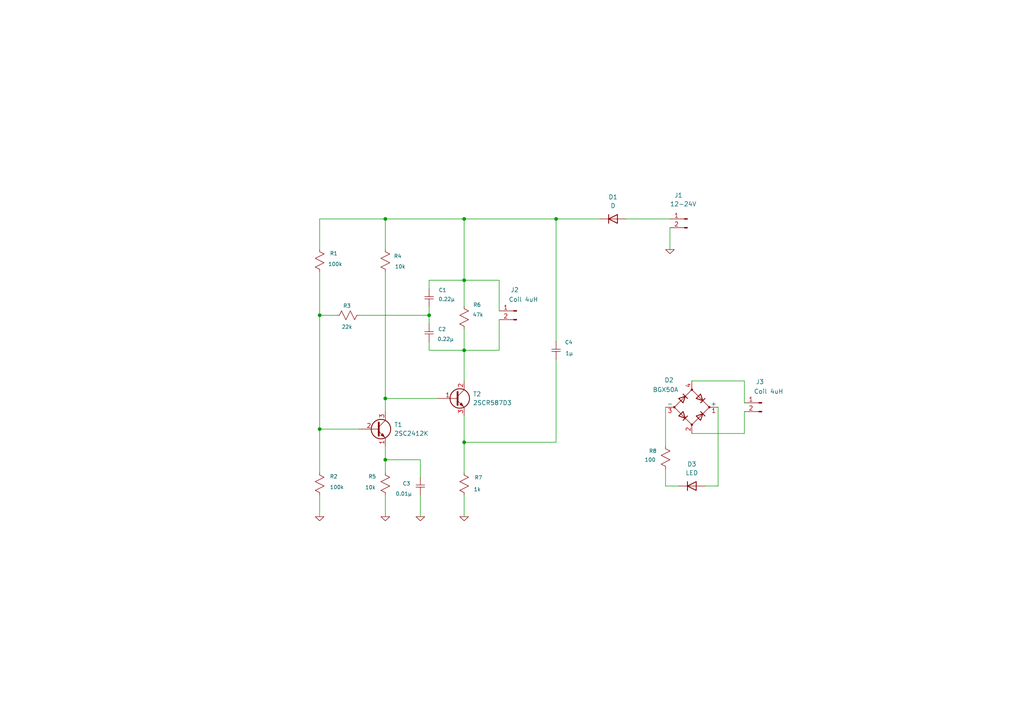
<source format=kicad_sch>
(kicad_sch (version 20231120) (generator "eeschema") (generator_version "8.0")
  (paper "A4")
  (lib_symbols
    (symbol "Connector:Conn_01x02_Pin" (pin_names (offset 1.016) hide)
      (property "Reference" "J" (at 0 2.54 0))
      (property "Value" "Conn_01x02_Pin" (at 0 -5.08 0))
      (symbol "Conn_01x02_Pin_1_1"
        (polyline (pts (xy 1.27 -2.54) (xy 0.8636 -2.54)) (stroke (width 0.1524)))
        (polyline (pts (xy 1.27 0) (xy 0.8636 0)) (stroke (width 0.1524)))
        (rectangle (start 0.8636 -2.413) (end 0 -2.667) (stroke (width 0.1524)) (fill (type outline)))
        (rectangle (start 0.8636 0.127) (end 0 -0.127) (stroke (width 0.1524)) (fill (type outline)))
        (pin passive line (at 5.08 0 180) (length 3.81) (name "Pin_1") (number "1"))
        (pin passive line (at 5.08 -2.54 180) (length 3.81) (name "Pin_2") (number "2"))
      )
    )
    (symbol "Device:D" (pin_numbers hide) (pin_names (offset 1.016) hide)
      (property "Reference" "D" (at 0 2.54 0))
      (property "Value" "D" (at 0 -2.54 0))
      (symbol "D_0_1"
        (polyline (pts (xy -1.27 1.27) (xy -1.27 -1.27)) (stroke (width 0.254)))
        (polyline (pts (xy 1.27 0) (xy -1.27 0)))
        (polyline (pts (xy 1.27 1.27) (xy 1.27 -1.27) (xy -1.27 0) (xy 1.27 1.27)) (stroke (width 0.254)))
      )
      (symbol "D_1_1"
        (pin passive line (at -3.81 0 0) (length 2.54) (name "K") (number "1"))
        (pin passive line (at 3.81 0 180) (length 2.54) (name "A") (number "2"))
      )
    )
    (symbol "Device:D_Bridge_+A-A" (pin_names (offset 0))
      (property "Reference" "D" (at 2.54 6.985 0))
      (property "Value" "D_Bridge_+A-A" (at 2.54 5.08 0))
      (symbol "D_Bridge_+A-A_0_1"
        (circle (center -5.08 0) (radius 0.254) (fill (type outline)))
        (circle (center 0 -5.08) (radius 0.254) (fill (type outline)))
        (polyline (pts (xy -2.54 3.81) (xy -1.27 2.54)) (stroke (width 0.254)))
        (polyline (pts (xy -1.27 -2.54) (xy -2.54 -3.81)) (stroke (width 0.254)))
        (polyline (pts (xy 2.54 -1.27) (xy 3.81 -2.54)) (stroke (width 0.254)))
        (polyline (pts (xy 2.54 1.27) (xy 3.81 2.54)) (stroke (width 0.254)))
        (polyline (pts (xy -3.81 2.54) (xy -2.54 1.27) (xy -1.905 3.175) (xy -3.81 2.54)) (stroke (width 0.254)))
        (polyline (pts (xy -2.54 -1.27) (xy -3.81 -2.54) (xy -1.905 -3.175) (xy -2.54 -1.27)) (stroke (width 0.254)))
        (polyline (pts (xy 1.27 2.54) (xy 2.54 3.81) (xy 3.175 1.905) (xy 1.27 2.54)) (stroke (width 0.254)))
        (polyline (pts (xy 3.175 -1.905) (xy 1.27 -2.54) (xy 2.54 -3.81) (xy 3.175 -1.905)) (stroke (width 0.254)))
        (polyline (pts (xy -5.08 0) (xy 0 -5.08) (xy 5.08 0) (xy 0 5.08) (xy -5.08 0)))
        (circle (center 0 5.08) (radius 0.254) (fill (type outline)))
        (circle (center 5.08 0) (radius 0.254) (fill (type outline)))
      )
      (symbol "D_Bridge_+A-A_1_1"
        (pin passive line (at 7.62 0 180) (length 2.54) (name "+") (number "1"))
        (pin passive line (at 0 -7.62 90) (length 2.54) (name "~") (number "2"))
        (pin passive line (at -7.62 0 0) (length 2.54) (name "-") (number "3"))
        (pin passive line (at 0 7.62 270) (length 2.54) (name "~") (number "4"))
      )
    )
    (symbol "Device:Q_NPN_BCE" (pin_names (offset 0) hide)
      (property "Reference" "Q" (at 5.08 1.27 0))
      (property "Value" "Q_NPN_BCE" (at 5.08 -1.27 0))
      (symbol "Q_NPN_BCE_0_1"
        (polyline (pts (xy 0.635 0.635) (xy 2.54 2.54)))
        (polyline (pts (xy 0.635 -0.635) (xy 2.54 -2.54) (xy 2.54 -2.54)))
        (polyline (pts (xy 0.635 1.905) (xy 0.635 -1.905) (xy 0.635 -1.905)) (stroke (width 0.508)))
        (polyline (pts (xy 1.27 -1.778) (xy 1.778 -1.27) (xy 2.286 -2.286) (xy 1.27 -1.778) (xy 1.27 -1.778)) (fill (type outline)))
        (circle (center 1.27 0) (radius 2.8194) (stroke (width 0.254)))
      )
      (symbol "Q_NPN_BCE_1_1"
        (pin input line (at -5.08 0 0) (length 5.715) (name "B") (number "1"))
        (pin passive line (at 2.54 5.08 270) (length 2.54) (name "C") (number "2"))
        (pin passive line (at 2.54 -5.08 90) (length 2.54) (name "E") (number "3"))
      )
    )
    (symbol "Device:Q_NPN_EBC" (pin_names (offset 0) hide)
      (property "Reference" "Q" (at 5.08 1.27 0))
      (property "Value" "Q_NPN_EBC" (at 5.08 -1.27 0))
      (symbol "Q_NPN_EBC_0_1"
        (polyline (pts (xy 0.635 0.635) (xy 2.54 2.54)))
        (polyline (pts (xy 0.635 -0.635) (xy 2.54 -2.54) (xy 2.54 -2.54)))
        (polyline (pts (xy 0.635 1.905) (xy 0.635 -1.905) (xy 0.635 -1.905)) (stroke (width 0.508)))
        (polyline (pts (xy 1.27 -1.778) (xy 1.778 -1.27) (xy 2.286 -2.286) (xy 1.27 -1.778) (xy 1.27 -1.778)) (fill (type outline)))
        (circle (center 1.27 0) (radius 2.8194) (stroke (width 0.254)))
      )
      (symbol "Q_NPN_EBC_1_1"
        (pin passive line (at 2.54 -5.08 90) (length 2.54) (name "E") (number "1"))
        (pin passive line (at -5.08 0 0) (length 5.715) (name "B") (number "2"))
        (pin passive line (at 2.54 5.08 270) (length 2.54) (name "C") (number "3"))
      )
    )
    (symbol "ltspice:GND" (power)
      (symbol "GND_0_0"
        (polyline (pts (xy 1.27 0) (xy -1.27 0) (xy 0 -1.1938) (xy 1.27 0) (xy -1.27 0) (xy 0 -1.1938)) (stroke (width 0.1524)))
        (pin power_in line (at 0 0 0) (length 0.0005) (name "") (number ""))
      )
    )
    (symbol "ltspice:cap" (pin_numbers hide)
      (symbol "cap_0_0"
        (polyline (pts (xy 1.27 -5.08) (xy 1.27 -2.8702)) (stroke (width 0.1524)))
        (polyline (pts (xy 1.27 0) (xy 1.27 -2.2352)) (stroke (width 0.1524)))
        (polyline (pts (xy 2.54 -2.8702) (xy 0 -2.8702)) (stroke (width 0.1524)))
        (polyline (pts (xy 2.54 -2.2352) (xy 0 -2.2352)) (stroke (width 0.1524)))
        (pin passive line (at 1.27 0 0) (length 0.0005) (name "") (number "1"))
        (pin passive line (at 1.27 -5.08 0) (length 0.0005) (name "") (number "2"))
      )
    )
    (symbol "ltspice:res" (pin_numbers hide)
      (symbol "res_0_0"
        (polyline (pts (xy 0 -6.35) (xy 2.54 -5.08)) (stroke (width 0.1524)))
        (polyline (pts (xy 0 -3.81) (xy 2.54 -2.54)) (stroke (width 0.1524)))
        (polyline (pts (xy 1.27 -7.62) (xy 1.27 -6.985)) (stroke (width 0.1524)))
        (polyline (pts (xy 1.27 -6.985) (xy 0 -6.35)) (stroke (width 0.1524)))
        (polyline (pts (xy 1.27 -1.905) (xy 1.27 -1.27)) (stroke (width 0.1524)))
        (polyline (pts (xy 2.54 -5.08) (xy 0 -3.81)) (stroke (width 0.1524)))
        (polyline (pts (xy 2.54 -2.54) (xy 1.27 -1.905)) (stroke (width 0.1524)))
        (pin passive line (at 1.27 -1.27 0) (length 0.0005) (name "") (number "1"))
        (pin passive line (at 1.27 -7.62 0) (length 0.0005) (name "") (number "2"))
      )
    )
  )
  (junction (at 92.71 124.46))
  (junction (at 124.46 91.44))
  (junction (at 161.29 63.5))
  (junction (at 111.76 115.57))
  (junction (at 134.62 101.6))
  (junction (at 92.71 91.44))
  (junction (at 134.62 81.28))
  (junction (at 111.76 63.5))
  (junction (at 134.62 128.27))
  (junction (at 134.62 63.5))
  (junction (at 111.76 133.35))
  (wire (pts (xy 121.92 138.43) (xy 121.92 133.35)) (stroke (width 0.1524)))
  (wire (pts (xy 194.31 66.04) (xy 194.31 72.39)) (stroke (width 0.1524)))
  (wire (pts (xy 161.29 128.27) (xy 161.29 104.14)) (stroke (width 0.1524)))
  (wire (pts (xy 144.78 101.6) (xy 134.62 101.6)))
  (wire (pts (xy 134.62 81.28) (xy 124.46 81.28)) (stroke (width 0.1524)))
  (wire (pts (xy 134.62 63.5) (xy 111.76 63.5)) (stroke (width 0.1524)))
  (wire (pts (xy 134.62 81.28) (xy 134.62 63.5)) (stroke (width 0.1524)))
  (wire (pts (xy 111.76 115.57) (xy 111.76 119.38)))
  (wire (pts (xy 92.71 72.39) (xy 92.71 63.5)) (stroke (width 0.1524)))
  (wire (pts (xy 161.29 128.27) (xy 134.62 128.27)) (stroke (width 0.1524)))
  (wire (pts (xy 134.62 120.65) (xy 134.62 128.27)))
  (wire (pts (xy 124.46 93.98) (xy 124.46 91.44)) (stroke (width 0.1524)))
  (wire (pts (xy 196.85 140.97) (xy 193.04 140.97)))
  (wire (pts (xy 111.76 72.39) (xy 111.76 63.5)) (stroke (width 0.1524)))
  (wire (pts (xy 111.76 115.57) (xy 127 115.57)))
  (wire (pts (xy 92.71 91.44) (xy 92.71 78.74)) (stroke (width 0.1524)))
  (wire (pts (xy 121.92 133.35) (xy 111.76 133.35)) (stroke (width 0.1524)))
  (wire (pts (xy 134.62 137.16) (xy 134.62 128.27)) (stroke (width 0.1524)))
  (wire (pts (xy 215.9 110.49) (xy 200.66 110.49)))
  (wire (pts (xy 134.62 88.9) (xy 134.62 81.28)) (stroke (width 0.1524)))
  (wire (pts (xy 111.76 63.5) (xy 92.71 63.5)) (stroke (width 0.1524)))
  (wire (pts (xy 144.78 92.71) (xy 144.78 101.6)))
  (wire (pts (xy 121.92 149.86) (xy 121.92 143.51)) (stroke (width 0.1524)))
  (wire (pts (xy 92.71 91.44) (xy 92.71 124.46)) (stroke (width 0.1524)))
  (wire (pts (xy 111.76 78.74) (xy 111.76 115.57)))
  (wire (pts (xy 161.29 63.5) (xy 173.99 63.5)) (stroke (width 0.1524)))
  (wire (pts (xy 134.62 101.6) (xy 134.62 95.25)) (stroke (width 0.1524)))
  (wire (pts (xy 144.78 81.28) (xy 134.62 81.28)))
  (wire (pts (xy 181.61 63.5) (xy 194.31 63.5)))
  (wire (pts (xy 134.62 101.6) (xy 124.46 101.6)) (stroke (width 0.1524)))
  (wire (pts (xy 161.29 63.5) (xy 134.62 63.5)) (stroke (width 0.1524)))
  (wire (pts (xy 111.76 149.86) (xy 111.76 143.51)) (stroke (width 0.1524)))
  (wire (pts (xy 204.47 140.97) (xy 208.28 140.97)))
  (wire (pts (xy 92.71 124.46) (xy 92.71 137.16)) (stroke (width 0.1524)))
  (wire (pts (xy 161.29 99.06) (xy 161.29 63.5)) (stroke (width 0.1524)))
  (wire (pts (xy 134.62 149.86) (xy 134.62 143.51)) (stroke (width 0.1524)))
  (wire (pts (xy 111.76 137.16) (xy 111.76 133.35)) (stroke (width 0.1524)))
  (wire (pts (xy 124.46 91.44) (xy 104.14 91.44)) (stroke (width 0.1524)))
  (wire (pts (xy 200.66 125.73) (xy 215.9 125.73)))
  (wire (pts (xy 124.46 91.44) (xy 124.46 88.9)) (stroke (width 0.1524)))
  (wire (pts (xy 193.04 118.11) (xy 193.04 129.54)))
  (wire (pts (xy 193.04 140.97) (xy 193.04 135.89)))
  (wire (pts (xy 124.46 101.6) (xy 124.46 99.06)) (stroke (width 0.1524)))
  (wire (pts (xy 97.79 91.44) (xy 92.71 91.44)) (stroke (width 0.1524)))
  (wire (pts (xy 111.76 129.54) (xy 111.76 133.35)))
  (wire (pts (xy 92.71 149.86) (xy 92.71 143.51)) (stroke (width 0.1524)))
  (wire (pts (xy 144.78 90.17) (xy 144.78 81.28)))
  (wire (pts (xy 215.9 125.73) (xy 215.9 119.38)))
  (wire (pts (xy 134.62 101.6) (xy 134.62 110.49)))
  (wire (pts (xy 215.9 116.84) (xy 215.9 110.49)))
  (wire (pts (xy 92.71 124.46) (xy 104.14 124.46)))
  (wire (pts (xy 208.28 140.97) (xy 208.28 118.11)))
  (wire (pts (xy 124.46 83.82) (xy 124.46 81.28)) (stroke (width 0.1524)))
  (symbol (lib_id "ltspice:res") (at 110.49 71.12 0) (unit 1)
    (property "Reference" "R4" (at 114.2238 74.295 0) (effects (font (size 1.0668 1.0668)) (justify left)))
    (property "Value" "10k" (at 114.5286 77.3176 0) (effects (font (size 1.0668 1.0668)) (justify left)))
    (property "Footprint" "Resistor_SMD:R_0805_2012Metric_Pad1.20x1.40mm_HandSolder" (effects (hide yes)))
    (property "Sim.Device" "R" (effects (hide yes)))
    (property "Sim.Params" "R=${VALUE}" (effects (hide yes)))
  )
  (symbol (lib_id "ltspice:GND") (at 111.76 149.86 0) (unit 1)
    (property "Reference" "#GND02" (effects (hide yes)))
    (property "Value" "0" (effects (hide yes)))
  )
  (symbol (lib_id "ltspice:cap") (at 120.65 138.43 0) (unit 1)
    (property "Reference" "C3" (at 116.7638 140.2588 0) (effects (font (size 1.0668 1.0668)) (justify left)))
    (property "Value" "0.01µ" (at 114.7064 143.2052 0) (effects (font (size 1.0668 1.0668)) (justify left)))
    (property "Footprint" "Capacitor_SMD:C_0805_2012Metric_Pad1.18x1.45mm_HandSolder" (effects (hide yes)))
    (property "Sim.Device" "C" (effects (hide yes)))
    (property "Sim.Params" "C=${VALUE}" (effects (hide yes)))
  )
  (symbol (lib_id "Device:Q_NPN_EBC") (at 109.22 124.46 0) (unit 1)
    (property "Reference" "T1" (at 114.3 123.1899 0) (effects (justify left)))
    (property "Value" "2SC2412K" (at 114.3 125.7299 0) (effects (justify left)))
    (property "Footprint" "Secoh:SOT-23_Mirrored_Handsoldering" (effects (hide yes)))
    (property "Description" "NPN transistor, emitter/base/collector" (effects (hide yes)))
  )
  (symbol (lib_id "Device:D_Bridge_+A-A") (at 200.66 118.11 0) (unit 1)
    (property "Reference" "D2" (at 194.056 110.236 0))
    (property "Value" "BGX50A" (at 193.04 113.03 0))
    (property "Footprint" "Package_TO_SOT_SMD:SOT-143_Handsoldering" (effects (hide yes)))
    (property "Description" "Diode bridge, +ve/AC/-ve/AC" (effects (hide yes)))
  )
  (symbol (lib_id "ltspice:res") (at 110.49 135.89 0) (unit 1)
    (property "Reference" "R5" (at 106.8324 138.2014 0) (effects (font (size 1.0668 1.0668)) (justify left)))
    (property "Value" "10k" (at 105.8926 141.3764 0) (effects (font (size 1.0668 1.0668)) (justify left)))
    (property "Footprint" "Resistor_SMD:R_0805_2012Metric_Pad1.20x1.40mm_HandSolder" (effects (hide yes)))
    (property "Sim.Device" "R" (effects (hide yes)))
    (property "Sim.Params" "R=${VALUE}" (effects (hide yes)))
  )
  (symbol (lib_id "ltspice:cap") (at 123.19 93.98 0) (unit 1)
    (property "Reference" "C2" (at 127.0762 95.4786 0) (effects (font (size 1.0668 1.0668)) (justify left)))
    (property "Value" "0.22µ" (at 126.8476 98.3488 0) (effects (font (size 1.0668 1.0668)) (justify left)))
    (property "Footprint" "Capacitor_SMD:C_0805_2012Metric_Pad1.18x1.45mm_HandSolder" (effects (hide yes)))
    (property "Sim.Device" "C" (effects (hide yes)))
    (property "Sim.Params" "C=${VALUE}" (effects (hide yes)))
  )
  (symbol (lib_id "ltspice:res") (at 191.77 128.27 0) (unit 1)
    (property "Reference" "R8" (at 188.214 130.81 0) (effects (font (size 1.0668 1.0668)) (justify left)))
    (property "Value" "100" (at 186.944 133.35 0) (effects (font (size 1.0668 1.0668)) (justify left)))
    (property "Footprint" "Resistor_SMD:R_0805_2012Metric_Pad1.20x1.40mm_HandSolder" (effects (hide yes)))
    (property "Sim.Device" "R" (effects (hide yes)))
    (property "Sim.Params" "R=${VALUE}" (effects (hide yes)))
  )
  (symbol (lib_id "ltspice:GND") (at 121.92 149.86 0) (unit 1)
    (property "Reference" "#GND04" (effects (hide yes)))
    (property "Value" "0" (effects (hide yes)))
  )
  (symbol (lib_id "Device:Q_NPN_BCE") (at 132.08 115.57 0) (unit 1)
    (property "Reference" "T2" (at 137.16 114.2999 0) (effects (justify left)))
    (property "Value" "2SCR587D3" (at 137.16 116.8399 0) (effects (justify left)))
    (property "Footprint" "Package_TO_SOT_SMD:TO-252-2" (effects (hide yes)))
    (property "Description" "NPN transistor, base/collector/emitter" (effects (hide yes)))
  )
  (symbol (lib_id "ltspice:GND") (at 134.62 149.86 0) (unit 1)
    (property "Reference" "#GND00" (effects (hide yes)))
    (property "Value" "0" (effects (hide yes)))
  )
  (symbol (lib_id "Connector:Conn_01x02_Pin") (at 220.98 116.84 0) (mirror y) (unit 1)
    (property "Reference" "J3" (at 219.202 110.744 0) (effects (justify right)))
    (property "Value" " Coil 4uH" (at 217.678 113.538 0) (effects (justify right)))
    (property "Footprint" "Connector_PinHeader_2.54mm:PinHeader_1x02_P2.54mm_Vertical" (effects (hide yes)))
    (property "Description" "Generic connector, single row, 01x02, script generated" (effects (hide yes)))
  )
  (symbol (lib_id "ltspice:GND") (at 92.71 149.86 0) (unit 1)
    (property "Reference" "#GND03" (effects (hide yes)))
    (property "Value" "0" (effects (hide yes)))
  )
  (symbol (lib_id "Connector:Conn_01x02_Pin") (at 149.86 90.17 0) (mirror y) (unit 1)
    (property "Reference" "J2" (at 148.082 84.074 0) (effects (justify right)))
    (property "Value" " Coil 4uH" (at 146.558 86.868 0) (effects (justify right)))
    (property "Footprint" "Connector_PinHeader_2.54mm:PinHeader_1x02_P2.54mm_Vertical" (effects (hide yes)))
    (property "Description" "Generic connector, single row, 01x02, script generated" (effects (hide yes)))
  )
  (symbol (lib_id "ltspice:cap") (at 160.02 99.06 0) (unit 1)
    (property "Reference" "C4" (at 163.83 99.2886 0) (effects (font (size 1.0668 1.0668)) (justify left)))
    (property "Value" "1µ" (at 163.9824 102.4636 0) (effects (font (size 1.0668 1.0668)) (justify left)))
    (property "Footprint" "Capacitor_SMD:C_0805_2012Metric_Pad1.18x1.45mm_HandSolder" (effects (hide yes)))
    (property "Sim.Device" "C" (effects (hide yes)))
    (property "Sim.Params" "C=${VALUE}" (effects (hide yes)))
  )
  (symbol (lib_id "ltspice:res") (at 91.44 135.89 0) (unit 1)
    (property "Reference" "R2" (at 95.6564 138.2014 0) (effects (font (size 1.0668 1.0668)) (justify left)))
    (property "Value" "100k" (at 95.6564 141.3002 0) (effects (font (size 1.0668 1.0668)) (justify left)))
    (property "Footprint" "Resistor_SMD:R_0805_2012Metric_Pad1.20x1.40mm_HandSolder" (effects (hide yes)))
    (property "Sim.Device" "R" (effects (hide yes)))
    (property "Sim.Params" "R=${VALUE}" (effects (hide yes)))
  )
  (symbol (lib_id "Device:D") (at 200.66 140.97 0) (unit 1)
    (property "Reference" "D3" (at 200.66 134.62 0))
    (property "Value" "LED" (at 200.66 137.16 0))
    (property "Footprint" "LED_SMD:LED_0805_2012Metric_Pad1.15x1.40mm_HandSolder" (effects (hide yes)))
    (property "Description" "Diode" (effects (hide yes)))
    (property "Sim.Device" "D" (effects (hide yes)))
    (property "Sim.Pins" "1=K 2=A" (effects (hide yes)))
  )
  (symbol (lib_id "ltspice:res") (at 105.41 90.17 270) (unit 1)
    (property "Reference" "R3" (at 100.6348 89.3064 90) (effects (font (size 1.0668 1.0668)) (justify bottom)))
    (property "Value" "22k" (at 100.6348 94.2086 90) (effects (font (size 1.0668 1.0668)) (justify top)))
    (property "Footprint" "Resistor_SMD:R_0805_2012Metric_Pad1.20x1.40mm_HandSolder" (effects (hide yes)))
    (property "Sim.Device" "R" (effects (hide yes)))
    (property "Sim.Params" "R=${VALUE}" (effects (hide yes)))
  )
  (symbol (lib_id "ltspice:GND") (at 194.31 72.39 0) (unit 1)
    (property "Reference" "#GND01" (effects (hide yes)))
    (property "Value" "0" (effects (hide yes)))
  )
  (symbol (lib_id "ltspice:res") (at 133.35 135.89 0) (unit 1)
    (property "Reference" "R7" (at 137.6426 138.5062 0) (effects (font (size 1.0668 1.0668)) (justify left)))
    (property "Value" "1k" (at 137.3886 141.9352 0) (effects (font (size 1.0668 1.0668)) (justify left)))
    (property "Footprint" "Resistor_SMD:R_0805_2012Metric_Pad1.20x1.40mm_HandSolder" (effects (hide yes)))
    (property "Sim.Device" "R" (effects (hide yes)))
    (property "Sim.Params" "R=${VALUE}" (effects (hide yes)))
  )
  (symbol (lib_id "ltspice:cap") (at 123.19 83.82 0) (unit 1)
    (property "Reference" "C1" (at 127.2286 84.1502 0) (effects (font (size 1.0668 1.0668)) (justify left)))
    (property "Value" "0.22µ" (at 127.1524 86.7664 0) (effects (font (size 1.0668 1.0668)) (justify left)))
    (property "Footprint" "Capacitor_SMD:C_0805_2012Metric_Pad1.18x1.45mm_HandSolder" (effects (hide yes)))
    (property "Sim.Device" "C" (effects (hide yes)))
    (property "Sim.Params" "C=${VALUE}" (effects (hide yes)))
  )
  (symbol (lib_id "Device:D") (at 177.8 63.5 0) (unit 1)
    (property "Reference" "D1" (at 177.8 57.15 0))
    (property "Value" "D" (at 177.8 59.69 0))
    (property "Footprint" "Diode_SMD:D_SOD-123F" (effects (hide yes)))
    (property "Description" "Diode" (effects (hide yes)))
    (property "Sim.Device" "D" (effects (hide yes)))
    (property "Sim.Pins" "1=K 2=A" (effects (hide yes)))
  )
  (symbol (lib_id "ltspice:res") (at 133.35 87.63 0) (unit 1)
    (property "Reference" "R6" (at 137.2362 88.4174 0) (effects (font (size 1.0668 1.0668)) (justify left)))
    (property "Value" "47k" (at 137.0838 91.2876 0) (effects (font (size 1.0668 1.0668)) (justify left)))
    (property "Footprint" "Resistor_SMD:R_0805_2012Metric_Pad1.20x1.40mm_HandSolder" (effects (hide yes)))
    (property "Sim.Device" "R" (effects (hide yes)))
    (property "Sim.Params" "R=${VALUE}" (effects (hide yes)))
  )
  (symbol (lib_id "Connector:Conn_01x02_Pin") (at 199.39 63.5 0) (mirror y) (unit 1)
    (property "Reference" "J1" (at 195.58 56.642 0) (effects (justify right)))
    (property "Value" "12-24V" (at 194.31 59.182 0) (effects (justify right)))
    (property "Footprint" "Connector_Molex:Molex_KK-396_5273-02A_1x02_P3.96mm_Vertical" (effects (hide yes)))
    (property "Description" "Generic connector, single row, 01x02, script generated" (effects (hide yes)))
  )
  (symbol (lib_id "ltspice:res") (at 91.44 71.12 0) (unit 1)
    (property "Reference" "R1" (at 95.6564 73.5076 0) (effects (font (size 1.0668 1.0668)) (justify left)))
    (property "Value" "100k" (at 95.1738 76.6064 0) (effects (font (size 1.0668 1.0668)) (justify left)))
    (property "Footprint" "Resistor_SMD:R_0805_2012Metric_Pad1.20x1.40mm_HandSolder" (effects (hide yes)))
    (property "Sim.Device" "R" (effects (hide yes)))
    (property "Sim.Params" "R=${VALUE}" (effects (hide yes)))
  )
)
</source>
